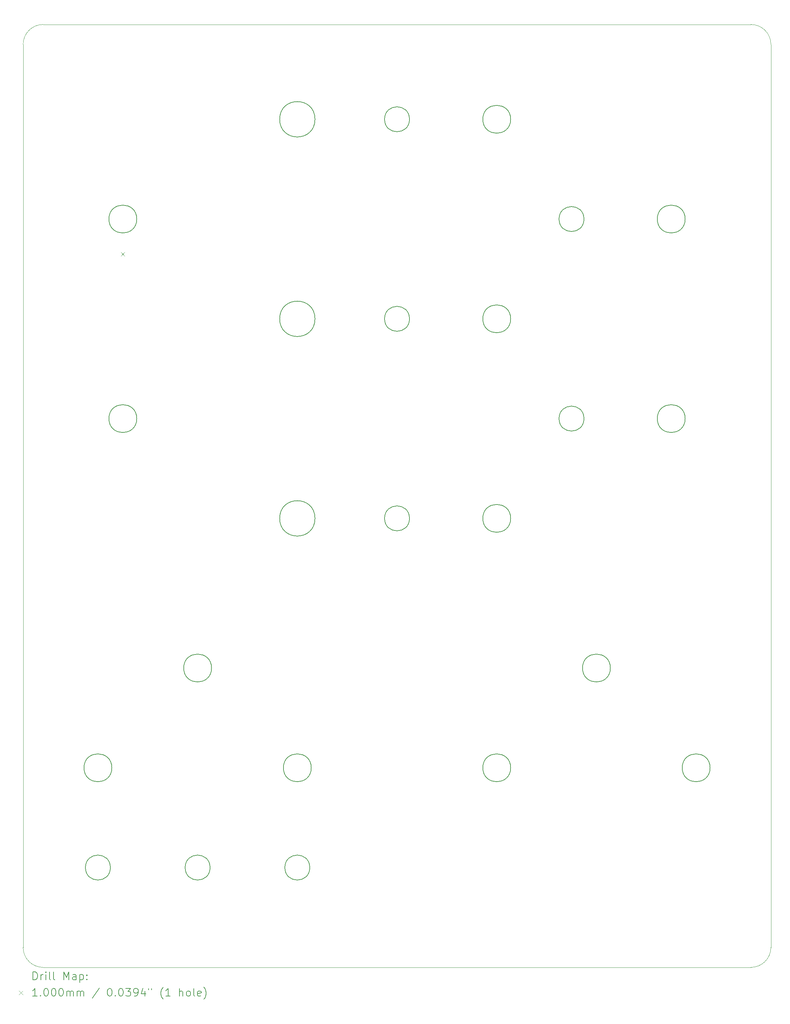
<source format=gbr>
%FSLAX45Y45*%
G04 Gerber Fmt 4.5, Leading zero omitted, Abs format (unit mm)*
G04 Created by KiCad (PCBNEW 6.0.5+dfsg-1~bpo11+1) date 2022-08-10 11:55:54*
%MOMM*%
%LPD*%
G01*
G04 APERTURE LIST*
%TA.AperFunction,Profile*%
%ADD10C,0.150000*%
%TD*%
%TA.AperFunction,Profile*%
%ADD11C,0.100000*%
%TD*%
%ADD12C,0.200000*%
%ADD13C,0.100000*%
G04 APERTURE END LIST*
D10*
X13843000Y-23812500D02*
G75*
G03*
X13843000Y-23812500I-317500J0D01*
G01*
X18923000Y-23812500D02*
G75*
G03*
X18923000Y-23812500I-317500J0D01*
G01*
X19055500Y-14922500D02*
G75*
G03*
X19055500Y-14922500I-450000J0D01*
G01*
X16383000Y-23812500D02*
G75*
G03*
X16383000Y-23812500I-317500J0D01*
G01*
X19055500Y-4762500D02*
G75*
G03*
X19055500Y-4762500I-450000J0D01*
G01*
X29120500Y-21272500D02*
G75*
G03*
X29120500Y-21272500I-355000J0D01*
G01*
D11*
X30162500Y-26352500D02*
G75*
G03*
X30670500Y-25844500I0J508000D01*
G01*
X11620500Y-25844500D02*
X11620500Y-2857500D01*
D10*
X28485500Y-7302500D02*
G75*
G03*
X28485500Y-7302500I-355000J0D01*
G01*
X13880500Y-21272500D02*
G75*
G03*
X13880500Y-21272500I-355000J0D01*
G01*
D11*
X11620500Y-25844500D02*
G75*
G03*
X12128500Y-26352500I508000J0D01*
G01*
D10*
X24040500Y-9842500D02*
G75*
G03*
X24040500Y-9842500I-355000J0D01*
G01*
X14515500Y-12382500D02*
G75*
G03*
X14515500Y-12382500I-355000J0D01*
G01*
X24040500Y-21272500D02*
G75*
G03*
X24040500Y-21272500I-355000J0D01*
G01*
X14515500Y-7302500D02*
G75*
G03*
X14515500Y-7302500I-355000J0D01*
G01*
X25908000Y-12382500D02*
G75*
G03*
X25908000Y-12382500I-317500J0D01*
G01*
X19055500Y-9842500D02*
G75*
G03*
X19055500Y-9842500I-450000J0D01*
G01*
X18960500Y-21272500D02*
G75*
G03*
X18960500Y-21272500I-355000J0D01*
G01*
D11*
X12128500Y-2349500D02*
X30162500Y-2349500D01*
D10*
X16420500Y-18732500D02*
G75*
G03*
X16420500Y-18732500I-355000J0D01*
G01*
D11*
X30670500Y-2857500D02*
X30670500Y-25844500D01*
X30162500Y-26352500D02*
X12128500Y-26352500D01*
D10*
X21463000Y-14922500D02*
G75*
G03*
X21463000Y-14922500I-317500J0D01*
G01*
X26580500Y-18732500D02*
G75*
G03*
X26580500Y-18732500I-355000J0D01*
G01*
X28485500Y-12382500D02*
G75*
G03*
X28485500Y-12382500I-355000J0D01*
G01*
D11*
X12128500Y-2349500D02*
G75*
G03*
X11620500Y-2857500I0J-508000D01*
G01*
D10*
X21463000Y-9842500D02*
G75*
G03*
X21463000Y-9842500I-317500J0D01*
G01*
D11*
X30670500Y-2857500D02*
G75*
G03*
X30162500Y-2349500I-508000J0D01*
G01*
D10*
X24040500Y-14922500D02*
G75*
G03*
X24040500Y-14922500I-355000J0D01*
G01*
X25908000Y-7302500D02*
G75*
G03*
X25908000Y-7302500I-317500J0D01*
G01*
X24040500Y-4762500D02*
G75*
G03*
X24040500Y-4762500I-355000J0D01*
G01*
X21463000Y-4762500D02*
G75*
G03*
X21463000Y-4762500I-317500J0D01*
G01*
D12*
D13*
X14110500Y-8141500D02*
X14210500Y-8241500D01*
X14210500Y-8141500D02*
X14110500Y-8241500D01*
D12*
X11873119Y-26667976D02*
X11873119Y-26467976D01*
X11920738Y-26467976D01*
X11949309Y-26477500D01*
X11968357Y-26496548D01*
X11977881Y-26515595D01*
X11987405Y-26553690D01*
X11987405Y-26582262D01*
X11977881Y-26620357D01*
X11968357Y-26639405D01*
X11949309Y-26658452D01*
X11920738Y-26667976D01*
X11873119Y-26667976D01*
X12073119Y-26667976D02*
X12073119Y-26534643D01*
X12073119Y-26572738D02*
X12082643Y-26553690D01*
X12092167Y-26544167D01*
X12111214Y-26534643D01*
X12130262Y-26534643D01*
X12196928Y-26667976D02*
X12196928Y-26534643D01*
X12196928Y-26467976D02*
X12187405Y-26477500D01*
X12196928Y-26487024D01*
X12206452Y-26477500D01*
X12196928Y-26467976D01*
X12196928Y-26487024D01*
X12320738Y-26667976D02*
X12301690Y-26658452D01*
X12292167Y-26639405D01*
X12292167Y-26467976D01*
X12425500Y-26667976D02*
X12406452Y-26658452D01*
X12396928Y-26639405D01*
X12396928Y-26467976D01*
X12654071Y-26667976D02*
X12654071Y-26467976D01*
X12720738Y-26610833D01*
X12787405Y-26467976D01*
X12787405Y-26667976D01*
X12968357Y-26667976D02*
X12968357Y-26563214D01*
X12958833Y-26544167D01*
X12939786Y-26534643D01*
X12901690Y-26534643D01*
X12882643Y-26544167D01*
X12968357Y-26658452D02*
X12949309Y-26667976D01*
X12901690Y-26667976D01*
X12882643Y-26658452D01*
X12873119Y-26639405D01*
X12873119Y-26620357D01*
X12882643Y-26601309D01*
X12901690Y-26591786D01*
X12949309Y-26591786D01*
X12968357Y-26582262D01*
X13063595Y-26534643D02*
X13063595Y-26734643D01*
X13063595Y-26544167D02*
X13082643Y-26534643D01*
X13120738Y-26534643D01*
X13139786Y-26544167D01*
X13149309Y-26553690D01*
X13158833Y-26572738D01*
X13158833Y-26629881D01*
X13149309Y-26648928D01*
X13139786Y-26658452D01*
X13120738Y-26667976D01*
X13082643Y-26667976D01*
X13063595Y-26658452D01*
X13244548Y-26648928D02*
X13254071Y-26658452D01*
X13244548Y-26667976D01*
X13235024Y-26658452D01*
X13244548Y-26648928D01*
X13244548Y-26667976D01*
X13244548Y-26544167D02*
X13254071Y-26553690D01*
X13244548Y-26563214D01*
X13235024Y-26553690D01*
X13244548Y-26544167D01*
X13244548Y-26563214D01*
D13*
X11515500Y-26947500D02*
X11615500Y-27047500D01*
X11615500Y-26947500D02*
X11515500Y-27047500D01*
D12*
X11977881Y-27087976D02*
X11863595Y-27087976D01*
X11920738Y-27087976D02*
X11920738Y-26887976D01*
X11901690Y-26916548D01*
X11882643Y-26935595D01*
X11863595Y-26945119D01*
X12063595Y-27068928D02*
X12073119Y-27078452D01*
X12063595Y-27087976D01*
X12054071Y-27078452D01*
X12063595Y-27068928D01*
X12063595Y-27087976D01*
X12196928Y-26887976D02*
X12215976Y-26887976D01*
X12235024Y-26897500D01*
X12244548Y-26907024D01*
X12254071Y-26926071D01*
X12263595Y-26964167D01*
X12263595Y-27011786D01*
X12254071Y-27049881D01*
X12244548Y-27068928D01*
X12235024Y-27078452D01*
X12215976Y-27087976D01*
X12196928Y-27087976D01*
X12177881Y-27078452D01*
X12168357Y-27068928D01*
X12158833Y-27049881D01*
X12149309Y-27011786D01*
X12149309Y-26964167D01*
X12158833Y-26926071D01*
X12168357Y-26907024D01*
X12177881Y-26897500D01*
X12196928Y-26887976D01*
X12387405Y-26887976D02*
X12406452Y-26887976D01*
X12425500Y-26897500D01*
X12435024Y-26907024D01*
X12444548Y-26926071D01*
X12454071Y-26964167D01*
X12454071Y-27011786D01*
X12444548Y-27049881D01*
X12435024Y-27068928D01*
X12425500Y-27078452D01*
X12406452Y-27087976D01*
X12387405Y-27087976D01*
X12368357Y-27078452D01*
X12358833Y-27068928D01*
X12349309Y-27049881D01*
X12339786Y-27011786D01*
X12339786Y-26964167D01*
X12349309Y-26926071D01*
X12358833Y-26907024D01*
X12368357Y-26897500D01*
X12387405Y-26887976D01*
X12577881Y-26887976D02*
X12596928Y-26887976D01*
X12615976Y-26897500D01*
X12625500Y-26907024D01*
X12635024Y-26926071D01*
X12644548Y-26964167D01*
X12644548Y-27011786D01*
X12635024Y-27049881D01*
X12625500Y-27068928D01*
X12615976Y-27078452D01*
X12596928Y-27087976D01*
X12577881Y-27087976D01*
X12558833Y-27078452D01*
X12549309Y-27068928D01*
X12539786Y-27049881D01*
X12530262Y-27011786D01*
X12530262Y-26964167D01*
X12539786Y-26926071D01*
X12549309Y-26907024D01*
X12558833Y-26897500D01*
X12577881Y-26887976D01*
X12730262Y-27087976D02*
X12730262Y-26954643D01*
X12730262Y-26973690D02*
X12739786Y-26964167D01*
X12758833Y-26954643D01*
X12787405Y-26954643D01*
X12806452Y-26964167D01*
X12815976Y-26983214D01*
X12815976Y-27087976D01*
X12815976Y-26983214D02*
X12825500Y-26964167D01*
X12844548Y-26954643D01*
X12873119Y-26954643D01*
X12892167Y-26964167D01*
X12901690Y-26983214D01*
X12901690Y-27087976D01*
X12996928Y-27087976D02*
X12996928Y-26954643D01*
X12996928Y-26973690D02*
X13006452Y-26964167D01*
X13025500Y-26954643D01*
X13054071Y-26954643D01*
X13073119Y-26964167D01*
X13082643Y-26983214D01*
X13082643Y-27087976D01*
X13082643Y-26983214D02*
X13092167Y-26964167D01*
X13111214Y-26954643D01*
X13139786Y-26954643D01*
X13158833Y-26964167D01*
X13168357Y-26983214D01*
X13168357Y-27087976D01*
X13558833Y-26878452D02*
X13387405Y-27135595D01*
X13815976Y-26887976D02*
X13835024Y-26887976D01*
X13854071Y-26897500D01*
X13863595Y-26907024D01*
X13873119Y-26926071D01*
X13882643Y-26964167D01*
X13882643Y-27011786D01*
X13873119Y-27049881D01*
X13863595Y-27068928D01*
X13854071Y-27078452D01*
X13835024Y-27087976D01*
X13815976Y-27087976D01*
X13796928Y-27078452D01*
X13787405Y-27068928D01*
X13777881Y-27049881D01*
X13768357Y-27011786D01*
X13768357Y-26964167D01*
X13777881Y-26926071D01*
X13787405Y-26907024D01*
X13796928Y-26897500D01*
X13815976Y-26887976D01*
X13968357Y-27068928D02*
X13977881Y-27078452D01*
X13968357Y-27087976D01*
X13958833Y-27078452D01*
X13968357Y-27068928D01*
X13968357Y-27087976D01*
X14101690Y-26887976D02*
X14120738Y-26887976D01*
X14139786Y-26897500D01*
X14149309Y-26907024D01*
X14158833Y-26926071D01*
X14168357Y-26964167D01*
X14168357Y-27011786D01*
X14158833Y-27049881D01*
X14149309Y-27068928D01*
X14139786Y-27078452D01*
X14120738Y-27087976D01*
X14101690Y-27087976D01*
X14082643Y-27078452D01*
X14073119Y-27068928D01*
X14063595Y-27049881D01*
X14054071Y-27011786D01*
X14054071Y-26964167D01*
X14063595Y-26926071D01*
X14073119Y-26907024D01*
X14082643Y-26897500D01*
X14101690Y-26887976D01*
X14235024Y-26887976D02*
X14358833Y-26887976D01*
X14292167Y-26964167D01*
X14320738Y-26964167D01*
X14339786Y-26973690D01*
X14349309Y-26983214D01*
X14358833Y-27002262D01*
X14358833Y-27049881D01*
X14349309Y-27068928D01*
X14339786Y-27078452D01*
X14320738Y-27087976D01*
X14263595Y-27087976D01*
X14244548Y-27078452D01*
X14235024Y-27068928D01*
X14454071Y-27087976D02*
X14492167Y-27087976D01*
X14511214Y-27078452D01*
X14520738Y-27068928D01*
X14539786Y-27040357D01*
X14549309Y-27002262D01*
X14549309Y-26926071D01*
X14539786Y-26907024D01*
X14530262Y-26897500D01*
X14511214Y-26887976D01*
X14473119Y-26887976D01*
X14454071Y-26897500D01*
X14444548Y-26907024D01*
X14435024Y-26926071D01*
X14435024Y-26973690D01*
X14444548Y-26992738D01*
X14454071Y-27002262D01*
X14473119Y-27011786D01*
X14511214Y-27011786D01*
X14530262Y-27002262D01*
X14539786Y-26992738D01*
X14549309Y-26973690D01*
X14720738Y-26954643D02*
X14720738Y-27087976D01*
X14673119Y-26878452D02*
X14625500Y-27021309D01*
X14749309Y-27021309D01*
X14815976Y-26887976D02*
X14815976Y-26926071D01*
X14892167Y-26887976D02*
X14892167Y-26926071D01*
X15187405Y-27164167D02*
X15177881Y-27154643D01*
X15158833Y-27126071D01*
X15149309Y-27107024D01*
X15139786Y-27078452D01*
X15130262Y-27030833D01*
X15130262Y-26992738D01*
X15139786Y-26945119D01*
X15149309Y-26916548D01*
X15158833Y-26897500D01*
X15177881Y-26868928D01*
X15187405Y-26859405D01*
X15368357Y-27087976D02*
X15254071Y-27087976D01*
X15311214Y-27087976D02*
X15311214Y-26887976D01*
X15292167Y-26916548D01*
X15273119Y-26935595D01*
X15254071Y-26945119D01*
X15606452Y-27087976D02*
X15606452Y-26887976D01*
X15692167Y-27087976D02*
X15692167Y-26983214D01*
X15682643Y-26964167D01*
X15663595Y-26954643D01*
X15635024Y-26954643D01*
X15615976Y-26964167D01*
X15606452Y-26973690D01*
X15815976Y-27087976D02*
X15796928Y-27078452D01*
X15787405Y-27068928D01*
X15777881Y-27049881D01*
X15777881Y-26992738D01*
X15787405Y-26973690D01*
X15796928Y-26964167D01*
X15815976Y-26954643D01*
X15844548Y-26954643D01*
X15863595Y-26964167D01*
X15873119Y-26973690D01*
X15882643Y-26992738D01*
X15882643Y-27049881D01*
X15873119Y-27068928D01*
X15863595Y-27078452D01*
X15844548Y-27087976D01*
X15815976Y-27087976D01*
X15996928Y-27087976D02*
X15977881Y-27078452D01*
X15968357Y-27059405D01*
X15968357Y-26887976D01*
X16149309Y-27078452D02*
X16130262Y-27087976D01*
X16092167Y-27087976D01*
X16073119Y-27078452D01*
X16063595Y-27059405D01*
X16063595Y-26983214D01*
X16073119Y-26964167D01*
X16092167Y-26954643D01*
X16130262Y-26954643D01*
X16149309Y-26964167D01*
X16158833Y-26983214D01*
X16158833Y-27002262D01*
X16063595Y-27021309D01*
X16225500Y-27164167D02*
X16235024Y-27154643D01*
X16254071Y-27126071D01*
X16263595Y-27107024D01*
X16273119Y-27078452D01*
X16282643Y-27030833D01*
X16282643Y-26992738D01*
X16273119Y-26945119D01*
X16263595Y-26916548D01*
X16254071Y-26897500D01*
X16235024Y-26868928D01*
X16225500Y-26859405D01*
M02*

</source>
